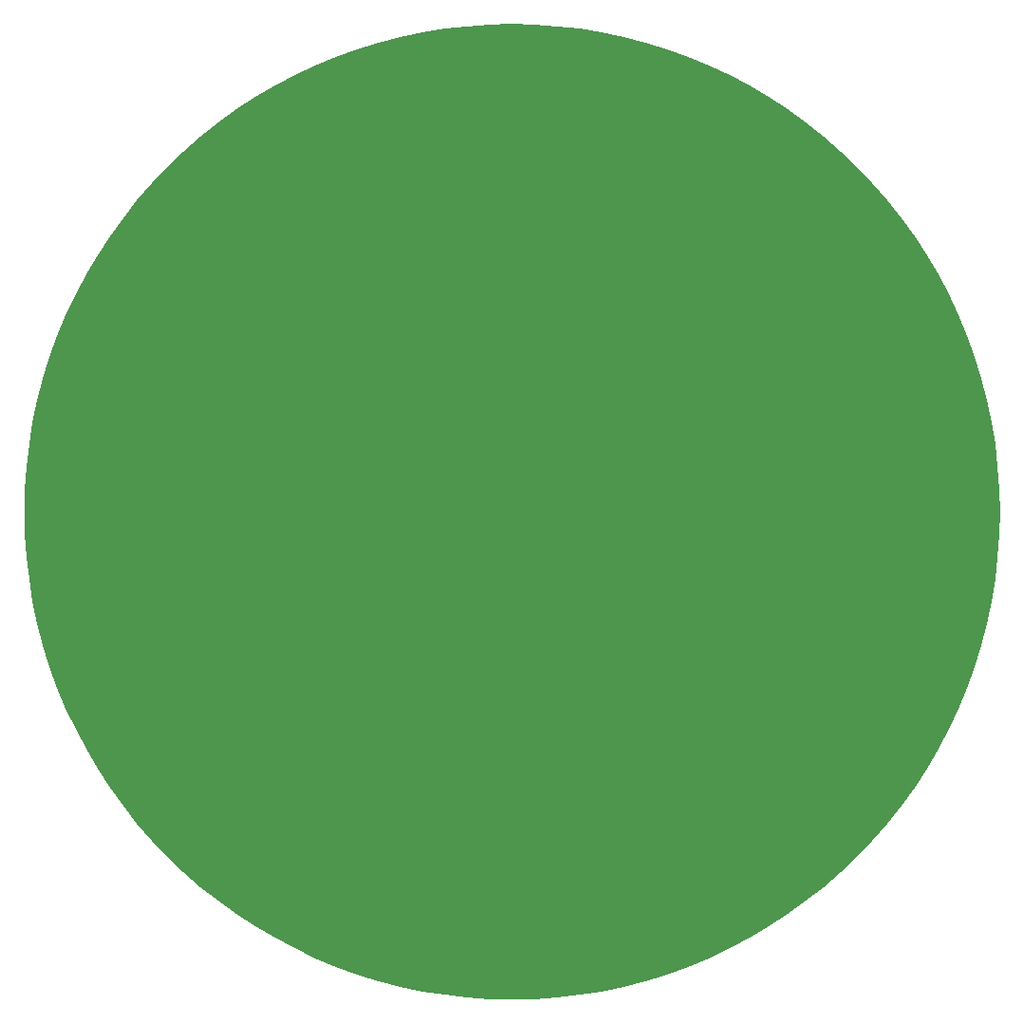
<source format=gts>
G04 Layer_Color=20142*
%FSLAX25Y25*%
%MOIN*%
G70*
G01*
G75*
%ADD12C,0.32296*%
G36*
X277596Y440808D02*
X285491Y440260D01*
X293352Y439348D01*
X301162Y438074D01*
X308906Y436440D01*
X316565Y434451D01*
X324125Y432110D01*
X331568Y429423D01*
X338879Y426394D01*
X346042Y423032D01*
X353043Y419341D01*
X359866Y415332D01*
X366496Y411012D01*
X372920Y406390D01*
X379123Y401476D01*
X385093Y396281D01*
X390816Y390816D01*
X396281Y385093D01*
X401476Y379123D01*
X406390Y372920D01*
X411012Y366496D01*
X415332Y359866D01*
X419341Y353043D01*
X423032Y346042D01*
X426394Y338879D01*
X429423Y331568D01*
X432110Y324125D01*
X434451Y316565D01*
X436440Y308906D01*
X438074Y301162D01*
X439348Y293352D01*
X440260Y285491D01*
X440808Y277596D01*
X440991Y269685D01*
X440808Y261774D01*
X440260Y253879D01*
X439348Y246018D01*
X438074Y238208D01*
X436440Y230465D01*
X434451Y222805D01*
X432110Y215246D01*
X429423Y207802D01*
X426394Y200491D01*
X423032Y193328D01*
X419341Y186327D01*
X415332Y179504D01*
X411012Y172874D01*
X406390Y166450D01*
X401476Y160247D01*
X396281Y154277D01*
X390816Y148554D01*
X385093Y143089D01*
X379123Y137894D01*
X372920Y132980D01*
X366496Y128358D01*
X359866Y124038D01*
X353043Y120029D01*
X346042Y116339D01*
X338879Y112976D01*
X331568Y109947D01*
X324125Y107260D01*
X316565Y104919D01*
X308906Y102930D01*
X301162Y101296D01*
X293352Y100022D01*
X285491Y99110D01*
X277596Y98562D01*
X269685Y98379D01*
X269685Y98379D01*
Y98379D01*
X261774Y98562D01*
X253879Y99110D01*
X246018Y100022D01*
X238208Y101296D01*
X230465Y102930D01*
X222805Y104919D01*
X215246Y107260D01*
X207802Y109947D01*
X200491Y112976D01*
X193328Y116339D01*
X186327Y120029D01*
X179504Y124038D01*
X172874Y128358D01*
X166450Y132980D01*
X160247Y137894D01*
X154277Y143089D01*
X148554Y148554D01*
X143089Y154277D01*
X137894Y160247D01*
X132980Y166450D01*
X128358Y172874D01*
X124038Y179504D01*
X120029Y186327D01*
X116339Y193328D01*
X112976Y200491D01*
X109947Y207802D01*
X107260Y215246D01*
X104919Y222805D01*
X102930Y230465D01*
X101296Y238208D01*
X100022Y246018D01*
X99110Y253879D01*
X98562Y261774D01*
X98379Y269685D01*
Y269685D01*
X98562Y277596D01*
X99110Y285491D01*
X100022Y293352D01*
X101296Y301162D01*
X102930Y308906D01*
X104919Y316565D01*
X107260Y324125D01*
X109947Y331568D01*
X112976Y338879D01*
X116339Y346042D01*
X120029Y353043D01*
X124038Y359866D01*
X128358Y366496D01*
X132980Y372920D01*
X137894Y379123D01*
X143089Y385093D01*
X148554Y390816D01*
X154277Y396281D01*
X160247Y401476D01*
X166450Y406390D01*
X172874Y411012D01*
X179504Y415332D01*
X186327Y419341D01*
X193328Y423032D01*
X200491Y426394D01*
X207802Y429423D01*
X215246Y432110D01*
X222805Y434451D01*
X230465Y436440D01*
X238208Y438074D01*
X246018Y439348D01*
X253879Y440260D01*
X261774Y440808D01*
X269223Y440980D01*
X269685Y440991D01*
X269685Y440991D01*
Y440991D01*
X269685Y440991D01*
X277596Y440808D01*
D02*
G37*
D12*
X269685Y269685D02*
D03*
M02*

</source>
